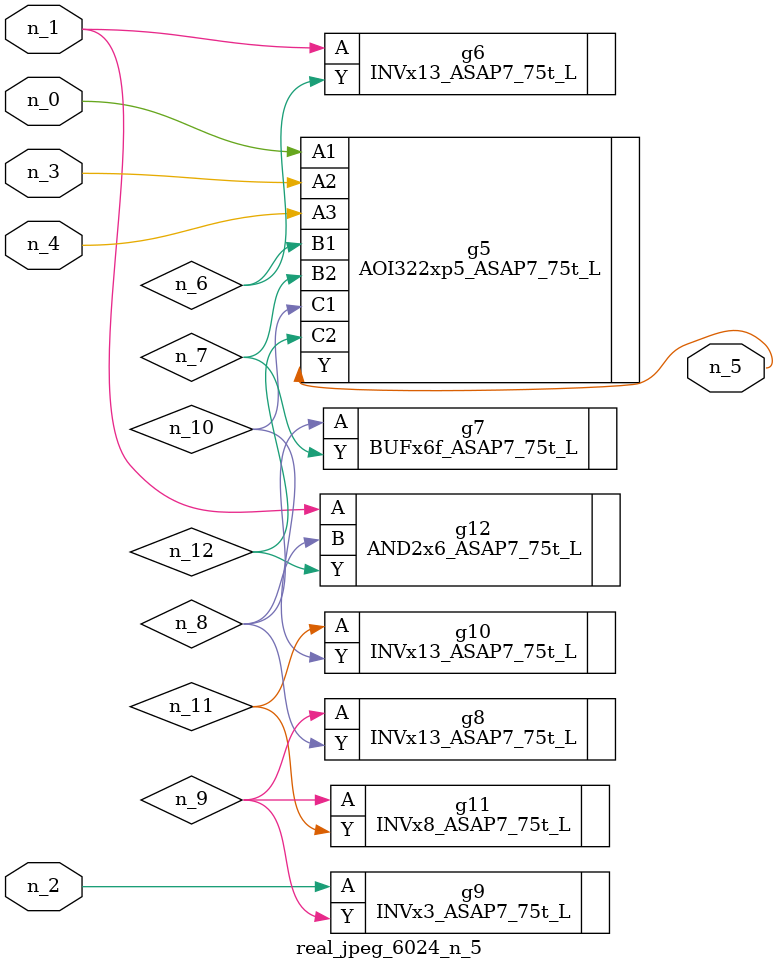
<source format=v>
module real_jpeg_6024_n_5 (n_4, n_0, n_1, n_2, n_3, n_5);

input n_4;
input n_0;
input n_1;
input n_2;
input n_3;

output n_5;

wire n_12;
wire n_8;
wire n_11;
wire n_6;
wire n_7;
wire n_10;
wire n_9;

AOI322xp5_ASAP7_75t_L g5 ( 
.A1(n_0),
.A2(n_3),
.A3(n_4),
.B1(n_6),
.B2(n_7),
.C1(n_10),
.C2(n_12),
.Y(n_5)
);

INVx13_ASAP7_75t_L g6 ( 
.A(n_1),
.Y(n_6)
);

AND2x6_ASAP7_75t_L g12 ( 
.A(n_1),
.B(n_8),
.Y(n_12)
);

INVx3_ASAP7_75t_L g9 ( 
.A(n_2),
.Y(n_9)
);

BUFx6f_ASAP7_75t_L g7 ( 
.A(n_8),
.Y(n_7)
);

INVx13_ASAP7_75t_L g8 ( 
.A(n_9),
.Y(n_8)
);

INVx8_ASAP7_75t_L g11 ( 
.A(n_9),
.Y(n_11)
);

INVx13_ASAP7_75t_L g10 ( 
.A(n_11),
.Y(n_10)
);


endmodule
</source>
